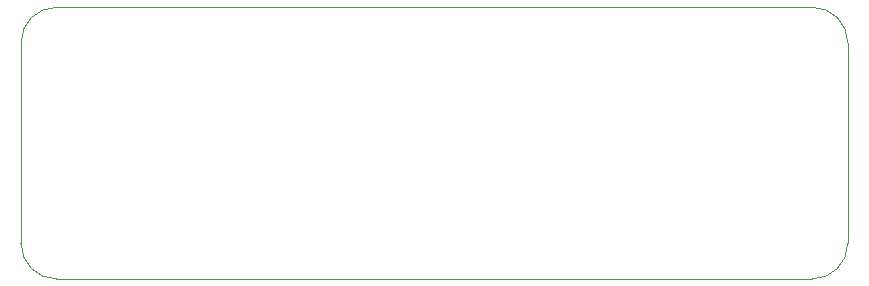
<source format=gbr>
%TF.GenerationSoftware,KiCad,Pcbnew,9.0.5*%
%TF.CreationDate,2025-10-11T11:12:23-04:00*%
%TF.ProjectId,agent-main-mk1,6167656e-742d-46d6-9169-6e2d6d6b312e,rev?*%
%TF.SameCoordinates,Original*%
%TF.FileFunction,Profile,NP*%
%FSLAX46Y46*%
G04 Gerber Fmt 4.6, Leading zero omitted, Abs format (unit mm)*
G04 Created by KiCad (PCBNEW 9.0.5) date 2025-10-11 11:12:23*
%MOMM*%
%LPD*%
G01*
G04 APERTURE LIST*
%TA.AperFunction,Profile*%
%ADD10C,0.050000*%
%TD*%
G04 APERTURE END LIST*
D10*
X167000000Y-57000000D02*
X231000000Y-57000000D01*
X164000000Y-77000000D02*
X164000000Y-60000000D01*
X164000000Y-60000000D02*
G75*
G02*
X167000000Y-57000000I3000000J0D01*
G01*
X231000000Y-80000000D02*
X167000000Y-80000000D01*
X234000000Y-60000000D02*
X234000000Y-77000000D01*
X234000000Y-77000000D02*
G75*
G02*
X231000000Y-80000000I-3000000J0D01*
G01*
X167000000Y-80000000D02*
G75*
G02*
X164000000Y-77000000I0J3000000D01*
G01*
X231000000Y-57000000D02*
G75*
G02*
X234000000Y-60000000I0J-3000000D01*
G01*
M02*

</source>
